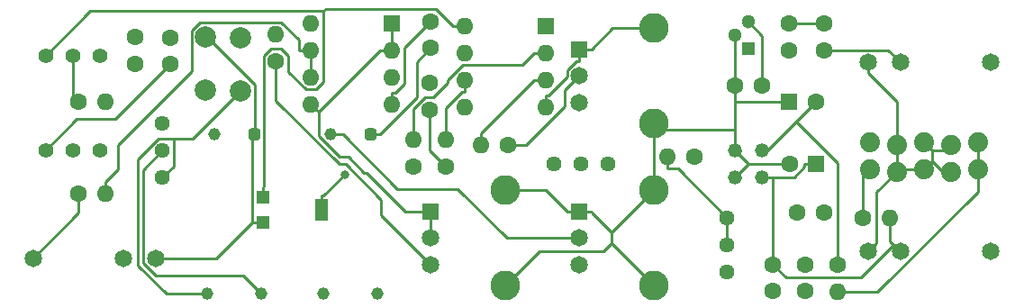
<source format=gbl>
G04 #@! TF.GenerationSoftware,KiCad,Pcbnew,5.1.6-c6e7f7d~86~ubuntu18.04.1*
G04 #@! TF.CreationDate,2020-07-10T20:36:52+01:00*
G04 #@! TF.ProjectId,acid-casualty-v2,61636964-2d63-4617-9375-616c74792d76,rev?*
G04 #@! TF.SameCoordinates,Original*
G04 #@! TF.FileFunction,Copper,L2,Bot*
G04 #@! TF.FilePolarity,Positive*
%FSLAX46Y46*%
G04 Gerber Fmt 4.6, Leading zero omitted, Abs format (unit mm)*
G04 Created by KiCad (PCBNEW 5.1.6-c6e7f7d~86~ubuntu18.04.1) date 2020-07-10 20:36:52*
%MOMM*%
%LPD*%
G01*
G04 APERTURE LIST*
G04 #@! TA.AperFunction,ComponentPad*
%ADD10C,1.600000*%
G04 #@! TD*
G04 #@! TA.AperFunction,SMDPad,CuDef*
%ADD11R,1.300000X1.300000*%
G04 #@! TD*
G04 #@! TA.AperFunction,SMDPad,CuDef*
%ADD12R,1.300000X2.000000*%
G04 #@! TD*
G04 #@! TA.AperFunction,ComponentPad*
%ADD13O,1.600000X1.600000*%
G04 #@! TD*
G04 #@! TA.AperFunction,ComponentPad*
%ADD14C,1.150000*%
G04 #@! TD*
G04 #@! TA.AperFunction,ComponentPad*
%ADD15C,1.440000*%
G04 #@! TD*
G04 #@! TA.AperFunction,ComponentPad*
%ADD16R,1.600000X1.600000*%
G04 #@! TD*
G04 #@! TA.AperFunction,ComponentPad*
%ADD17R,1.300000X1.300000*%
G04 #@! TD*
G04 #@! TA.AperFunction,ComponentPad*
%ADD18C,1.300000*%
G04 #@! TD*
G04 #@! TA.AperFunction,ComponentPad*
%ADD19C,2.000000*%
G04 #@! TD*
G04 #@! TA.AperFunction,ComponentPad*
%ADD20C,1.320800*%
G04 #@! TD*
G04 #@! TA.AperFunction,ComponentPad*
%ADD21C,1.879600*%
G04 #@! TD*
G04 #@! TA.AperFunction,ComponentPad*
%ADD22C,1.650000*%
G04 #@! TD*
G04 #@! TA.AperFunction,ComponentPad*
%ADD23C,2.794000*%
G04 #@! TD*
G04 #@! TA.AperFunction,ComponentPad*
%ADD24R,1.650000X1.650000*%
G04 #@! TD*
G04 #@! TA.AperFunction,ComponentPad*
%ADD25C,1.422400*%
G04 #@! TD*
G04 #@! TA.AperFunction,ViaPad*
%ADD26C,0.800000*%
G04 #@! TD*
G04 #@! TA.AperFunction,Conductor*
%ADD27C,0.250000*%
G04 #@! TD*
G04 APERTURE END LIST*
D10*
X178054000Y-94956000D03*
X178054000Y-92456000D03*
D11*
X125266000Y-108832000D03*
D12*
X130766000Y-109982000D03*
D11*
X125266000Y-111132000D03*
D13*
X139446000Y-103378000D03*
D10*
X139446000Y-105918000D03*
D13*
X126492000Y-93472000D03*
D10*
X126492000Y-96012000D03*
D14*
X131582000Y-102870000D03*
X130942000Y-117870000D03*
X136022000Y-117870000D03*
G04 #@! TA.AperFunction,ComponentPad*
G36*
G01*
X135094500Y-102295000D02*
X135669500Y-102295000D01*
G75*
G02*
X135957000Y-102582500I0J-287500D01*
G01*
X135957000Y-103157500D01*
G75*
G02*
X135669500Y-103445000I-287500J0D01*
G01*
X135094500Y-103445000D01*
G75*
G02*
X134807000Y-103157500I0J287500D01*
G01*
X134807000Y-102582500D01*
G75*
G02*
X135094500Y-102295000I287500J0D01*
G01*
G37*
G04 #@! TD.AperFunction*
X120660000Y-102870000D03*
X120020000Y-117870000D03*
X125100000Y-117870000D03*
G04 #@! TA.AperFunction,ComponentPad*
G36*
G01*
X124172500Y-102295000D02*
X124747500Y-102295000D01*
G75*
G02*
X125035000Y-102582500I0J-287500D01*
G01*
X125035000Y-103157500D01*
G75*
G02*
X124747500Y-103445000I-287500J0D01*
G01*
X124172500Y-103445000D01*
G75*
G02*
X123885000Y-103157500I0J287500D01*
G01*
X123885000Y-102582500D01*
G75*
G02*
X124172500Y-102295000I287500J0D01*
G01*
G37*
G04 #@! TD.AperFunction*
D15*
X168910000Y-110744000D03*
X168910000Y-113284000D03*
X168910000Y-115824000D03*
D13*
X144272000Y-92710000D03*
X151892000Y-100330000D03*
X144272000Y-95250000D03*
X151892000Y-97790000D03*
X144272000Y-97790000D03*
X151892000Y-95250000D03*
X144272000Y-100330000D03*
D16*
X151892000Y-92710000D03*
D13*
X129794000Y-92456000D03*
X137414000Y-100076000D03*
X129794000Y-94996000D03*
X137414000Y-97536000D03*
X129794000Y-97536000D03*
X137414000Y-94996000D03*
X129794000Y-100076000D03*
D16*
X137414000Y-92456000D03*
D15*
X157734000Y-105634000D03*
X155194000Y-105634000D03*
X152654000Y-105634000D03*
X115824000Y-101854000D03*
X115824000Y-104394000D03*
X115824000Y-106934000D03*
D13*
X110490000Y-108458000D03*
D10*
X107950000Y-108458000D03*
D13*
X163271000Y-104999000D03*
D10*
X165811000Y-104999000D03*
D13*
X145796000Y-103886000D03*
D10*
X148336000Y-103886000D03*
D13*
X110490000Y-99822000D03*
D10*
X107950000Y-99822000D03*
D13*
X142494000Y-103378000D03*
D10*
X142494000Y-105918000D03*
D13*
X179324000Y-117699000D03*
D10*
X179324000Y-115159000D03*
D13*
X184226000Y-110714000D03*
D10*
X181686000Y-110714000D03*
D17*
X170875000Y-94850000D03*
D18*
X170875000Y-92310000D03*
X169605000Y-93580000D03*
D19*
X123190000Y-93806000D03*
X123190000Y-98806000D03*
D10*
X140970000Y-100544000D03*
X140970000Y-98044000D03*
D19*
X119888000Y-98726000D03*
X119888000Y-93726000D03*
D10*
X177252000Y-99822000D03*
D16*
X174752000Y-99822000D03*
D10*
X174792000Y-105664000D03*
D16*
X177292000Y-105664000D03*
D10*
X116586000Y-93766000D03*
X116586000Y-96266000D03*
X178014000Y-110236000D03*
X175514000Y-110236000D03*
X141046000Y-92242000D03*
X141046000Y-94742000D03*
X113284000Y-96226000D03*
X113284000Y-93726000D03*
X176276000Y-115102000D03*
X176276000Y-117602000D03*
X173228000Y-115102000D03*
X173228000Y-117602000D03*
X174752000Y-94956000D03*
X174752000Y-92456000D03*
X172172000Y-98298000D03*
X169672000Y-98298000D03*
D20*
X172161000Y-106904000D03*
X169621000Y-106904000D03*
X169621000Y-104364000D03*
X172161000Y-104364000D03*
D21*
X182321000Y-103602000D03*
X184861000Y-103856000D03*
X187401000Y-103602000D03*
X189941000Y-103856000D03*
X192481000Y-103602000D03*
X182321000Y-106142000D03*
X184861000Y-106396000D03*
X187401000Y-106142000D03*
X189941000Y-106396000D03*
X192481000Y-106142000D03*
D22*
X182171000Y-96108600D03*
X185171000Y-96108600D03*
X193671000Y-96108600D03*
D23*
X162001000Y-92878600D03*
X162001000Y-101878600D03*
D22*
X155001000Y-99878600D03*
X155001000Y-97378600D03*
D24*
X155001000Y-94878600D03*
D23*
X148031000Y-108119000D03*
X148031000Y-117119000D03*
D22*
X141031000Y-115119000D03*
X141031000Y-112619000D03*
D24*
X141031000Y-110119000D03*
D23*
X162001000Y-108119000D03*
X162001000Y-117119000D03*
D22*
X155001000Y-115119000D03*
X155001000Y-112619000D03*
D24*
X155001000Y-110119000D03*
D22*
X182171000Y-113889000D03*
X185171000Y-113889000D03*
X193671000Y-113889000D03*
X115161000Y-114524000D03*
X112161000Y-114524000D03*
X103661000Y-114524000D03*
D25*
X109931000Y-95473600D03*
X107391000Y-95473600D03*
X104851000Y-95473600D03*
X109931000Y-104364000D03*
X107391000Y-104364000D03*
X104851000Y-104364000D03*
D26*
X132960600Y-106648300D03*
D27*
X130964800Y-91272600D02*
X131165500Y-91071900D01*
X131165500Y-91071900D02*
X141508600Y-91071900D01*
X141508600Y-91071900D02*
X143146700Y-92710000D01*
X104851000Y-95473600D02*
X109052000Y-91272600D01*
X109052000Y-91272600D02*
X130964800Y-91272600D01*
X130964800Y-91272600D02*
X130964800Y-97992100D01*
X130964800Y-97992100D02*
X130292100Y-98664800D01*
X130292100Y-98664800D02*
X129311100Y-98664800D01*
X129311100Y-98664800D02*
X127657100Y-97010800D01*
X127657100Y-97010800D02*
X127657100Y-95537000D01*
X127657100Y-95537000D02*
X126955600Y-94835500D01*
X126955600Y-94835500D02*
X126038900Y-94835500D01*
X126038900Y-94835500D02*
X125361600Y-95512800D01*
X125361600Y-95512800D02*
X125361600Y-107761100D01*
X125361600Y-107761100D02*
X125266000Y-107856700D01*
X125266000Y-108832000D02*
X125266000Y-107856700D01*
X144272000Y-92710000D02*
X143146700Y-92710000D01*
X185171000Y-96108600D02*
X184018400Y-94956000D01*
X184018400Y-94956000D02*
X178054000Y-94956000D01*
X135382000Y-102870000D02*
X136270500Y-102870000D01*
X136270500Y-102870000D02*
X139708200Y-99432300D01*
X139708200Y-99432300D02*
X139708200Y-96079800D01*
X139708200Y-96079800D02*
X141046000Y-94742000D01*
X188163000Y-105380000D02*
X188163000Y-104364000D01*
X187401000Y-106142000D02*
X188163000Y-105380000D01*
X189941000Y-106396000D02*
X189179000Y-106396000D01*
X189179000Y-106396000D02*
X188163000Y-105380000D01*
X188163000Y-104364000D02*
X187401000Y-103602000D01*
X188163000Y-104364000D02*
X189433000Y-104364000D01*
X189433000Y-104364000D02*
X189941000Y-103856000D01*
X184861000Y-106142000D02*
X184861000Y-103856000D01*
X184861000Y-106396000D02*
X184861000Y-106142000D01*
X184861000Y-106142000D02*
X187401000Y-106142000D01*
X155001000Y-94878600D02*
X156151300Y-94878600D01*
X162001000Y-92878600D02*
X158151300Y-92878600D01*
X158151300Y-92878600D02*
X156151300Y-94878600D01*
X155001000Y-94878600D02*
X155001000Y-96028900D01*
X151892000Y-100330000D02*
X151892000Y-99204700D01*
X151892000Y-99204700D02*
X152134200Y-99204700D01*
X152134200Y-99204700D02*
X153850700Y-97488200D01*
X153850700Y-97488200D02*
X153850700Y-96891500D01*
X153850700Y-96891500D02*
X154713300Y-96028900D01*
X154713300Y-96028900D02*
X155001000Y-96028900D01*
X169621000Y-102474400D02*
X169672000Y-102423400D01*
X169672000Y-102423400D02*
X169672000Y-99822000D01*
X162001000Y-102474400D02*
X169621000Y-102474400D01*
X169621000Y-102474400D02*
X169621000Y-104364000D01*
X162001000Y-102474400D02*
X162001000Y-101878600D01*
X162001000Y-108119000D02*
X162001000Y-102474400D01*
X169672000Y-98298000D02*
X169672000Y-99822000D01*
X169672000Y-99822000D02*
X173626700Y-99822000D01*
X174752000Y-99822000D02*
X173626700Y-99822000D01*
X169605000Y-93580000D02*
X169605000Y-98231000D01*
X169605000Y-98231000D02*
X169672000Y-98298000D01*
X184861000Y-106396000D02*
X182956000Y-108301000D01*
X182956000Y-108301000D02*
X182956000Y-113104000D01*
X182956000Y-113104000D02*
X182171000Y-113889000D01*
X174752000Y-92456000D02*
X178054000Y-92456000D01*
X155001000Y-110119000D02*
X156151300Y-110119000D01*
X158029000Y-112091000D02*
X158029000Y-113147000D01*
X162001000Y-108119000D02*
X158029000Y-112091000D01*
X156151300Y-110119000D02*
X156151300Y-110213300D01*
X156151300Y-110213300D02*
X158029000Y-112091000D01*
X154425900Y-110119000D02*
X155001000Y-110119000D01*
X154425900Y-110119000D02*
X153850700Y-110119000D01*
X158029000Y-113147000D02*
X157307000Y-113869000D01*
X157307000Y-113869000D02*
X151281000Y-113869000D01*
X151281000Y-113869000D02*
X148031000Y-117119000D01*
X162001000Y-117119000D02*
X158029000Y-113147000D01*
X184861000Y-103856000D02*
X184861000Y-99836000D01*
X184861000Y-99836000D02*
X182171000Y-97146000D01*
X182171000Y-97146000D02*
X182171000Y-96108600D01*
X170891000Y-105634000D02*
X169621000Y-104364000D01*
X174792000Y-105664000D02*
X170921000Y-105664000D01*
X170921000Y-105664000D02*
X170891000Y-105634000D01*
X170891000Y-105634000D02*
X169621000Y-106904000D01*
X119888000Y-93726000D02*
X120040000Y-93726000D01*
X120040000Y-93726000D02*
X124532800Y-98218800D01*
X124532800Y-98218800D02*
X124532800Y-102797200D01*
X124532800Y-102797200D02*
X124460000Y-102870000D01*
X124460000Y-102870000D02*
X124290700Y-103039300D01*
X124290700Y-103039300D02*
X124290700Y-111132000D01*
X125266000Y-111132000D02*
X124290700Y-111132000D01*
X115161000Y-114524000D02*
X120898700Y-114524000D01*
X120898700Y-114524000D02*
X124290700Y-111132000D01*
X148031000Y-108119000D02*
X151850700Y-108119000D01*
X151850700Y-108119000D02*
X153850700Y-110119000D01*
X173228000Y-106904000D02*
X172161000Y-106904000D01*
X176166700Y-105664000D02*
X176166700Y-105945300D01*
X176166700Y-105945300D02*
X175208000Y-106904000D01*
X175208000Y-106904000D02*
X173228000Y-106904000D01*
X173228000Y-115102000D02*
X173228000Y-106904000D01*
X184521300Y-113239300D02*
X181466000Y-116294600D01*
X181466000Y-116294600D02*
X174420600Y-116294600D01*
X174420600Y-116294600D02*
X173228000Y-115102000D01*
X177292000Y-105664000D02*
X176166700Y-105664000D01*
X170875000Y-92310000D02*
X172172000Y-93607000D01*
X172172000Y-93607000D02*
X172172000Y-98298000D01*
X184521300Y-113239300D02*
X184226000Y-112944000D01*
X184226000Y-112944000D02*
X184226000Y-110714000D01*
X185171000Y-113889000D02*
X184521300Y-113239300D01*
X137414000Y-100076000D02*
X137414000Y-98950700D01*
X141046000Y-92242000D02*
X138539300Y-94748700D01*
X138539300Y-94748700D02*
X138539300Y-98106800D01*
X138539300Y-98106800D02*
X137695400Y-98950700D01*
X137695400Y-98950700D02*
X137414000Y-98950700D01*
X175391300Y-101682700D02*
X177252000Y-99822000D01*
X172161000Y-104364000D02*
X172710000Y-104364000D01*
X172710000Y-104364000D02*
X175391300Y-101682700D01*
X175391300Y-101682700D02*
X179324000Y-105615500D01*
X179324000Y-105615500D02*
X179324000Y-115159000D01*
X182321000Y-106142000D02*
X181686000Y-106777000D01*
X181686000Y-106777000D02*
X181686000Y-110714000D01*
X192481000Y-106142000D02*
X192481000Y-108242700D01*
X192481000Y-108242700D02*
X183024700Y-117699000D01*
X183024700Y-117699000D02*
X179324000Y-117699000D01*
X192481000Y-103602000D02*
X192481000Y-106142000D01*
X142494000Y-105918000D02*
X140970000Y-104394000D01*
X140970000Y-104394000D02*
X140970000Y-100544000D01*
X145796000Y-103886000D02*
X145796000Y-102760700D01*
X151892000Y-97790000D02*
X150766700Y-97790000D01*
X150766700Y-97790000D02*
X145796000Y-102760700D01*
X116880900Y-103314800D02*
X116880900Y-105877100D01*
X116880900Y-105877100D02*
X115824000Y-106934000D01*
X123190000Y-98806000D02*
X118681200Y-103314800D01*
X118681200Y-103314800D02*
X116880900Y-103314800D01*
X116880900Y-103314800D02*
X115406800Y-103314800D01*
X115406800Y-103314800D02*
X113514000Y-105207600D01*
X113514000Y-105207600D02*
X113514000Y-115202200D01*
X113514000Y-115202200D02*
X116181800Y-117870000D01*
X116181800Y-117870000D02*
X120020000Y-117870000D01*
X129794000Y-94996000D02*
X128668700Y-94996000D01*
X128668700Y-94996000D02*
X128668700Y-94011400D01*
X128668700Y-94011400D02*
X127001800Y-92344500D01*
X127001800Y-92344500D02*
X119351500Y-92344500D01*
X119351500Y-92344500D02*
X118562600Y-93133400D01*
X118562600Y-93133400D02*
X118562600Y-96920000D01*
X118562600Y-96920000D02*
X111615300Y-103867300D01*
X111615300Y-103867300D02*
X111615300Y-106207400D01*
X111615300Y-106207400D02*
X110490000Y-107332700D01*
X129794000Y-97536000D02*
X129794000Y-94996000D01*
X110490000Y-108458000D02*
X110490000Y-107332700D01*
X155001000Y-112619000D02*
X148174000Y-112619000D01*
X148174000Y-112619000D02*
X143554900Y-107999900D01*
X143554900Y-107999900D02*
X137908300Y-107999900D01*
X137908300Y-107999900D02*
X132778400Y-102870000D01*
X132778400Y-102870000D02*
X131582000Y-102870000D01*
X104851000Y-104364000D02*
X107771600Y-101443400D01*
X107771600Y-101443400D02*
X111408600Y-101443400D01*
X111408600Y-101443400D02*
X116586000Y-96266000D01*
X163271000Y-104999000D02*
X163271000Y-106124300D01*
X168910000Y-110744000D02*
X164290300Y-106124300D01*
X164290300Y-106124300D02*
X163271000Y-106124300D01*
X168910000Y-113284000D02*
X168910000Y-110744000D01*
X130501400Y-100783300D02*
X130501300Y-100783400D01*
X130501300Y-100783400D02*
X130501300Y-103062600D01*
X130501300Y-103062600D02*
X132461200Y-105022500D01*
X132461200Y-105022500D02*
X133317400Y-105022500D01*
X133317400Y-105022500D02*
X134770100Y-106475200D01*
X134770100Y-106475200D02*
X134993800Y-106475200D01*
X134993800Y-106475200D02*
X138637600Y-110119000D01*
X138637600Y-110119000D02*
X141031000Y-110119000D01*
X130501400Y-100783300D02*
X136288700Y-94996000D01*
X129794000Y-100076000D02*
X130501400Y-100783300D01*
X137414000Y-94996000D02*
X136288700Y-94996000D01*
X137414000Y-92456000D02*
X137414000Y-94996000D01*
X141031000Y-110119000D02*
X141031000Y-112619000D01*
X103661000Y-114524000D02*
X107950000Y-110235000D01*
X107950000Y-110235000D02*
X107950000Y-108458000D01*
X107391000Y-95473600D02*
X107391000Y-99263000D01*
X107391000Y-99263000D02*
X107950000Y-99822000D01*
X125100000Y-117870000D02*
X123399700Y-116169700D01*
X123399700Y-116169700D02*
X115179700Y-116169700D01*
X115179700Y-116169700D02*
X113983000Y-114973000D01*
X113983000Y-114973000D02*
X113983000Y-106235000D01*
X113983000Y-106235000D02*
X115824000Y-104394000D01*
X141031000Y-115119000D02*
X136399000Y-110487000D01*
X136399000Y-110487000D02*
X136399000Y-109053700D01*
X136399000Y-109053700D02*
X133043100Y-105697800D01*
X133043100Y-105697800D02*
X132489000Y-105697800D01*
X132489000Y-105697800D02*
X126492000Y-99700800D01*
X126492000Y-99700800D02*
X126492000Y-96012000D01*
X151892000Y-95250000D02*
X150766700Y-95250000D01*
X139446000Y-103378000D02*
X139446000Y-100458300D01*
X139446000Y-100458300D02*
X140485700Y-99418600D01*
X140485700Y-99418600D02*
X141248000Y-99418600D01*
X141248000Y-99418600D02*
X142638600Y-98028000D01*
X142638600Y-98028000D02*
X142638600Y-97815800D01*
X142638600Y-97815800D02*
X144079100Y-96375300D01*
X144079100Y-96375300D02*
X149641400Y-96375300D01*
X149641400Y-96375300D02*
X150766700Y-95250000D01*
X130766000Y-109982000D02*
X130766000Y-108656700D01*
X132960600Y-106648300D02*
X130952200Y-108656700D01*
X130952200Y-108656700D02*
X130766000Y-108656700D01*
X155001000Y-97378600D02*
X153654600Y-98725000D01*
X153654600Y-98725000D02*
X153654600Y-100204200D01*
X153654600Y-100204200D02*
X149972800Y-103886000D01*
X149972800Y-103886000D02*
X148336000Y-103886000D01*
X144272000Y-97790000D02*
X144272000Y-98915300D01*
X144272000Y-98915300D02*
X143990700Y-98915300D01*
X143990700Y-98915300D02*
X142494000Y-100412000D01*
X142494000Y-100412000D02*
X142494000Y-103378000D01*
M02*

</source>
